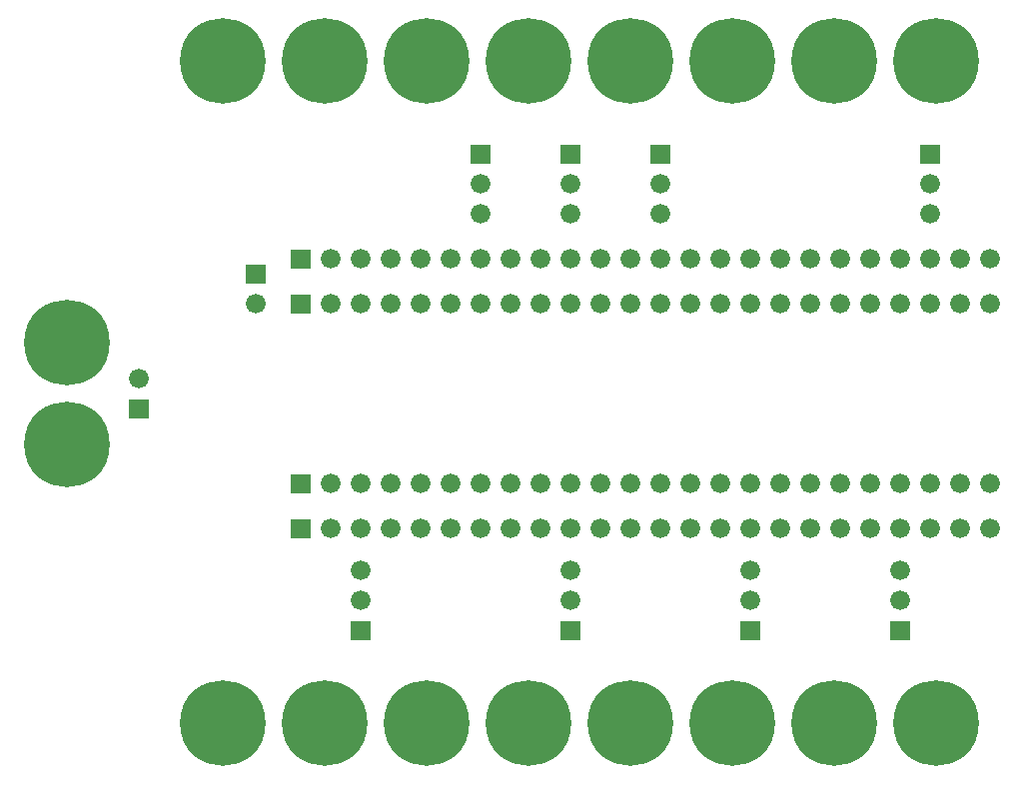
<source format=gbr>
G04 start of page 6 for group -4062 idx -4062 *
G04 Title: Lorcan, soldermask *
G04 Creator: pcb 4.2.2 *
G04 CreationDate: Fri Nov  6 00:45:05 2020 UTC *
G04 For: ericl *
G04 Format: Gerber/RS-274X *
G04 PCB-Dimensions (mil): 6000.00 5000.00 *
G04 PCB-Coordinate-Origin: lower left *
%MOIN*%
%FSLAX25Y25*%
%LNBOTTOMMASK*%
%ADD35C,0.2856*%
%ADD34C,0.0660*%
%ADD33C,0.0001*%
G54D33*G36*
X249700Y241300D02*Y234700D01*
X256300D01*
Y241300D01*
X249700D01*
G37*
G54D34*X263000Y238000D03*
G54D33*G36*
X249700Y226300D02*Y219700D01*
X256300D01*
Y226300D01*
X249700D01*
G37*
G54D34*X263000Y223000D03*
G54D35*X175000Y285000D03*
Y251000D03*
G54D33*G36*
X195700Y266300D02*Y259700D01*
X202300D01*
Y266300D01*
X195700D01*
G37*
G54D34*X199000Y273000D03*
G54D35*X261000Y158000D03*
X227000D03*
X329000D03*
X295000D03*
G54D34*X273000Y238000D03*
X283000D03*
X293000D03*
X273000Y223000D03*
X283000D03*
X293000D03*
X303000D03*
X313000D03*
X323000D03*
X333000D03*
X303000Y238000D03*
X313000D03*
X323000D03*
X333000D03*
X343000D03*
X353000D03*
X363000D03*
X373000D03*
X383000D03*
X393000D03*
X403000D03*
X413000D03*
X423000D03*
X433000D03*
X443000D03*
X453000D03*
X463000D03*
X473000D03*
X483000D03*
G54D33*G36*
X399700Y192300D02*Y185700D01*
X406300D01*
Y192300D01*
X399700D01*
G37*
G36*
X449700D02*Y185700D01*
X456300D01*
Y192300D01*
X449700D01*
G37*
G36*
X339700D02*Y185700D01*
X346300D01*
Y192300D01*
X339700D01*
G37*
G36*
X269700D02*Y185700D01*
X276300D01*
Y192300D01*
X269700D01*
G37*
G54D34*X403000Y199000D03*
X453000D03*
X343000D03*
X273000D03*
X403000Y209000D03*
X453000D03*
X343000D03*
X273000D03*
X343000Y223000D03*
X353000D03*
X433000D03*
X443000D03*
X453000D03*
G54D35*X397000Y158000D03*
X363000D03*
X465000D03*
X431000D03*
G54D34*X363000Y223000D03*
X373000D03*
X383000D03*
X393000D03*
X403000D03*
X413000D03*
X423000D03*
X463000D03*
X473000D03*
X483000D03*
X283000Y298000D03*
X293000D03*
X303000D03*
X313000D03*
G54D33*G36*
X249700Y301300D02*Y294700D01*
X256300D01*
Y301300D01*
X249700D01*
G37*
G54D34*X263000Y298000D03*
X273000D03*
G54D33*G36*
X249700Y316300D02*Y309700D01*
X256300D01*
Y316300D01*
X249700D01*
G37*
G54D34*X263000Y313000D03*
G54D33*G36*
X234700Y311300D02*Y304700D01*
X241300D01*
Y311300D01*
X234700D01*
G37*
G54D34*X238000Y298000D03*
G54D35*X261000Y379000D03*
X227000D03*
X329000D03*
X295000D03*
X397000D03*
X363000D03*
X465000D03*
X431000D03*
G54D34*X353000Y313000D03*
X363000D03*
X373000D03*
X383000D03*
X393000D03*
X403000D03*
X413000D03*
X423000D03*
X433000D03*
X443000D03*
X453000D03*
X463000D03*
X473000D03*
X333000Y298000D03*
X343000D03*
X353000D03*
X363000D03*
X373000D03*
X323000D03*
X273000Y313000D03*
X283000D03*
X293000D03*
X303000D03*
X313000D03*
X323000D03*
X333000D03*
X343000D03*
G54D33*G36*
X339700Y351300D02*Y344700D01*
X346300D01*
Y351300D01*
X339700D01*
G37*
G36*
X369700D02*Y344700D01*
X376300D01*
Y351300D01*
X369700D01*
G37*
G36*
X309700D02*Y344700D01*
X316300D01*
Y351300D01*
X309700D01*
G37*
G36*
X459700D02*Y344700D01*
X466300D01*
Y351300D01*
X459700D01*
G37*
G54D34*X343000Y338000D03*
X373000D03*
X313000D03*
X463000D03*
X343000Y328000D03*
X373000D03*
X313000D03*
X463000D03*
X383000Y298000D03*
X393000D03*
X403000D03*
X413000D03*
X423000D03*
X433000D03*
X443000D03*
X453000D03*
X463000D03*
X473000D03*
X483000D03*
Y313000D03*
M02*

</source>
